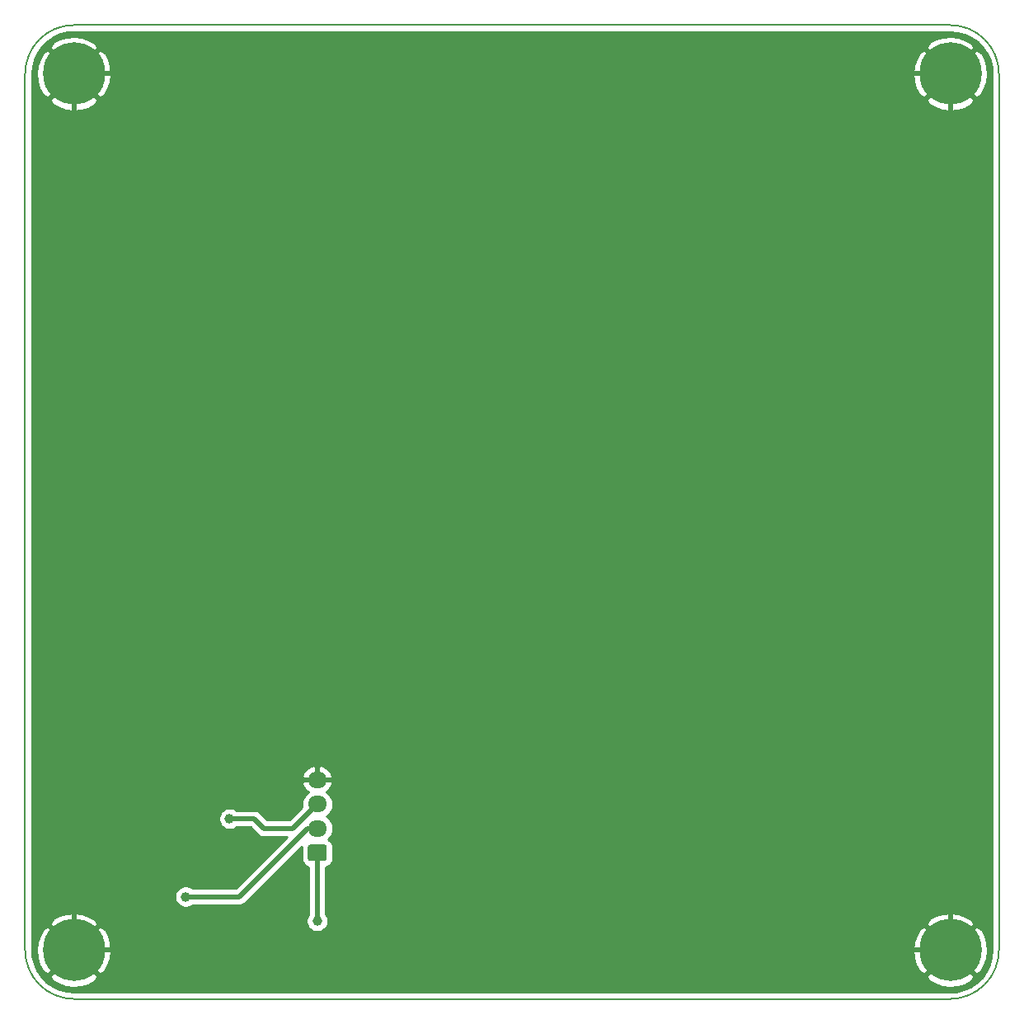
<source format=gbr>
%TF.GenerationSoftware,KiCad,Pcbnew,(5.1.6)-1*%
%TF.CreationDate,2020-12-06T00:26:17+01:00*%
%TF.ProjectId,04_La_Plaque_LEDS,30345f4c-615f-4506-9c61-7175655f4c45,rev?*%
%TF.SameCoordinates,Original*%
%TF.FileFunction,Copper,L2,Bot*%
%TF.FilePolarity,Positive*%
%FSLAX46Y46*%
G04 Gerber Fmt 4.6, Leading zero omitted, Abs format (unit mm)*
G04 Created by KiCad (PCBNEW (5.1.6)-1) date 2020-12-06 00:26:17*
%MOMM*%
%LPD*%
G01*
G04 APERTURE LIST*
%TA.AperFunction,Profile*%
%ADD10C,0.150000*%
%TD*%
%TA.AperFunction,ComponentPad*%
%ADD11C,0.800000*%
%TD*%
%TA.AperFunction,ComponentPad*%
%ADD12C,6.400000*%
%TD*%
%TA.AperFunction,ComponentPad*%
%ADD13O,1.950000X1.700000*%
%TD*%
%TA.AperFunction,ViaPad*%
%ADD14C,1.000000*%
%TD*%
%TA.AperFunction,Conductor*%
%ADD15C,0.500000*%
%TD*%
%TA.AperFunction,Conductor*%
%ADD16C,0.254000*%
%TD*%
G04 APERTURE END LIST*
D10*
X195000000Y-55000000D02*
G75*
G02*
X200000000Y-60000000I0J-5000000D01*
G01*
X200000000Y-150000000D02*
G75*
G02*
X195000000Y-155000000I-5000000J0D01*
G01*
X105000000Y-155000000D02*
G75*
G02*
X100000000Y-150000000I0J5000000D01*
G01*
X100000000Y-60000000D02*
G75*
G02*
X105000000Y-55000000I5000000J0D01*
G01*
X100000000Y-150000000D02*
X100000000Y-60000000D01*
X195000000Y-155000000D02*
X105000000Y-155000000D01*
X200000000Y-60000000D02*
X200000000Y-150000000D01*
X105000000Y-55000000D02*
X195000000Y-55000000D01*
D11*
%TO.P,H3,1*%
%TO.N,GND*%
X196697056Y-148302944D03*
X195000000Y-147600000D03*
X193302944Y-148302944D03*
X192600000Y-150000000D03*
X193302944Y-151697056D03*
X195000000Y-152400000D03*
X196697056Y-151697056D03*
X197400000Y-150000000D03*
D12*
X195000000Y-150000000D03*
%TD*%
%TO.P,H1,1*%
%TO.N,GND*%
X105000000Y-60000000D03*
D11*
X107400000Y-60000000D03*
X106697056Y-61697056D03*
X105000000Y-62400000D03*
X103302944Y-61697056D03*
X102600000Y-60000000D03*
X103302944Y-58302944D03*
X105000000Y-57600000D03*
X106697056Y-58302944D03*
%TD*%
D12*
%TO.P,H2,1*%
%TO.N,GND*%
X195000000Y-60000000D03*
D11*
X197400000Y-60000000D03*
X196697056Y-61697056D03*
X195000000Y-62400000D03*
X193302944Y-61697056D03*
X192600000Y-60000000D03*
X193302944Y-58302944D03*
X195000000Y-57600000D03*
X196697056Y-58302944D03*
%TD*%
%TO.P,H4,1*%
%TO.N,GND*%
X106697056Y-148302944D03*
X105000000Y-147600000D03*
X103302944Y-148302944D03*
X102600000Y-150000000D03*
X103302944Y-151697056D03*
X105000000Y-152400000D03*
X106697056Y-151697056D03*
X107400000Y-150000000D03*
D12*
X105000000Y-150000000D03*
%TD*%
%TO.P,J1,1*%
%TO.N,back0*%
%TA.AperFunction,ComponentPad*%
G36*
G01*
X130725000Y-140850000D02*
X129275000Y-140850000D01*
G75*
G02*
X129025000Y-140600000I0J250000D01*
G01*
X129025000Y-139400000D01*
G75*
G02*
X129275000Y-139150000I250000J0D01*
G01*
X130725000Y-139150000D01*
G75*
G02*
X130975000Y-139400000I0J-250000D01*
G01*
X130975000Y-140600000D01*
G75*
G02*
X130725000Y-140850000I-250000J0D01*
G01*
G37*
%TD.AperFunction*%
D13*
%TO.P,J1,2*%
%TO.N,S0*%
X130000000Y-137500000D03*
%TO.P,J1,3*%
%TO.N,+5V*%
X130000000Y-135000000D03*
%TO.P,J1,4*%
%TO.N,GND*%
X130000000Y-132500000D03*
%TD*%
D14*
%TO.N,GND*%
X105000000Y-65000000D03*
X105000000Y-70000000D03*
X105000000Y-75000000D03*
X105000000Y-80000000D03*
X105000000Y-85000000D03*
X105000000Y-90000000D03*
X105000000Y-95000000D03*
X105000000Y-105000000D03*
X105000000Y-110000000D03*
X105000000Y-115000000D03*
X105000000Y-120000000D03*
X105000000Y-130000000D03*
X105000000Y-135000000D03*
X105000000Y-140000000D03*
X105000000Y-145000000D03*
X110000000Y-60000000D03*
X115000000Y-60000000D03*
X120000000Y-60000000D03*
X125000000Y-60000000D03*
X130000000Y-60000000D03*
X135000000Y-60000000D03*
X140000000Y-60000000D03*
X145000000Y-60000000D03*
X150000000Y-60000000D03*
X155000000Y-60000000D03*
X160000000Y-60000000D03*
X170000000Y-60000000D03*
X175000000Y-60000000D03*
X180000000Y-60000000D03*
X185000000Y-60000000D03*
X190000000Y-60000000D03*
X195000000Y-65000000D03*
X195000000Y-70000000D03*
X195000000Y-75000000D03*
X195000000Y-80000000D03*
X195000000Y-85000000D03*
X195000000Y-90000000D03*
X195000000Y-95000000D03*
X195000000Y-100000000D03*
X195000000Y-105000000D03*
X195000000Y-110000000D03*
X195000000Y-115000000D03*
X195000000Y-120000000D03*
X195000000Y-125000000D03*
X195000000Y-130000000D03*
X195000000Y-135000000D03*
X195000000Y-140000000D03*
X195000000Y-145000000D03*
X110000000Y-150000000D03*
X115000000Y-150000000D03*
X125000000Y-150000000D03*
X130000000Y-150000000D03*
X135000000Y-150000000D03*
X145000000Y-150000000D03*
X150000000Y-150000000D03*
X160000000Y-150000000D03*
X165000000Y-150000000D03*
X170000000Y-150000000D03*
X175000000Y-150000000D03*
X180000000Y-150000000D03*
X185000000Y-150000000D03*
X190000000Y-150000000D03*
X105000000Y-100000000D03*
X105000000Y-125000000D03*
X165000000Y-60000000D03*
X120000000Y-150000000D03*
X140000000Y-150000000D03*
X155000000Y-150000000D03*
X113000000Y-74000000D03*
X113000000Y-84000000D03*
X113000000Y-94000000D03*
X113000000Y-104000000D03*
X113000000Y-114000000D03*
X113000000Y-124000000D03*
X127000000Y-66000000D03*
X127000000Y-76000000D03*
X127000000Y-136000000D03*
X113000000Y-134000000D03*
X113000000Y-144000000D03*
X127000000Y-86000000D03*
X127000000Y-96000000D03*
X127000000Y-106000000D03*
X127000000Y-116000000D03*
X127000000Y-126000000D03*
X118000000Y-70000000D03*
X122000000Y-70000000D03*
X118000000Y-80000000D03*
X122000000Y-80000000D03*
X118000000Y-90000000D03*
X121500000Y-90000000D03*
X118000000Y-140000000D03*
X122000000Y-140000000D03*
X118000000Y-100000000D03*
X122000000Y-100000000D03*
X118000000Y-110000000D03*
X122000000Y-110000000D03*
X118000000Y-120000000D03*
X122000000Y-120000000D03*
X118000000Y-130000000D03*
X122000000Y-130000000D03*
X133000000Y-74000000D03*
X133000000Y-143950000D03*
X133000000Y-134000000D03*
X133000000Y-124000000D03*
X133000000Y-114000000D03*
X133000000Y-104000000D03*
X133000000Y-94000000D03*
X133000000Y-84000000D03*
X147000000Y-136000000D03*
X147000000Y-66000000D03*
X147000000Y-76000000D03*
X147000000Y-86000000D03*
X147000000Y-96000000D03*
X147000000Y-106000000D03*
X147000000Y-116000000D03*
X147000000Y-126000000D03*
X153000000Y-144000000D03*
X153000000Y-74000000D03*
X153000000Y-84000000D03*
X153000000Y-94000000D03*
X153000000Y-104000000D03*
X153000000Y-114000000D03*
X153000000Y-124000000D03*
X153000000Y-134000000D03*
X167000000Y-66000000D03*
X167000000Y-136000000D03*
X167000000Y-126000000D03*
X167000000Y-116000000D03*
X167000000Y-106000000D03*
X167000000Y-96000000D03*
X167000000Y-86000000D03*
X167000000Y-76000000D03*
X173000000Y-144000000D03*
X173000000Y-134000000D03*
X173000000Y-124000000D03*
X173000000Y-114000000D03*
X173000000Y-104000000D03*
X173000000Y-94000000D03*
X173000000Y-84000000D03*
X173000000Y-74000000D03*
X187000000Y-136000000D03*
X187000000Y-126000000D03*
X187000000Y-116000000D03*
X187000000Y-106000000D03*
X187000000Y-96000000D03*
X187000000Y-86000000D03*
X187000000Y-76000000D03*
X187000000Y-66000000D03*
X138000000Y-70000000D03*
X142000000Y-70000000D03*
X138000000Y-80000000D03*
X142000000Y-80000000D03*
X138000000Y-90000000D03*
X138000000Y-100000000D03*
X138000000Y-110000000D03*
X138000000Y-120000000D03*
X138000000Y-130000000D03*
X138000000Y-140000000D03*
X142000000Y-140000000D03*
X142000000Y-130000000D03*
X142000000Y-120000000D03*
X142000000Y-110000000D03*
X142000000Y-100000000D03*
X142000000Y-90000000D03*
X158000000Y-70000000D03*
X162000000Y-70000000D03*
X158000000Y-90000000D03*
X162000000Y-90000000D03*
X158000000Y-140000000D03*
X162000000Y-140000000D03*
X158000000Y-130000000D03*
X162000000Y-130000000D03*
X158000000Y-120000000D03*
X162000000Y-120000000D03*
X158000000Y-110000000D03*
X162000000Y-110000000D03*
X158000000Y-100000000D03*
X162000000Y-100000000D03*
X158000000Y-80000000D03*
X162000000Y-80000000D03*
X178000000Y-70000000D03*
X182000000Y-140000000D03*
X178000000Y-140000000D03*
X182000000Y-70000000D03*
X178000000Y-80000000D03*
X182000000Y-80000000D03*
X178000000Y-90000000D03*
X182000000Y-90000000D03*
X178000000Y-100000000D03*
X182000000Y-100000000D03*
X178000000Y-110000000D03*
X182000000Y-110000000D03*
X178000000Y-120000000D03*
X182000000Y-120000000D03*
X178000000Y-130000000D03*
X182000000Y-130000000D03*
X141500000Y-145500000D03*
X161500000Y-145500000D03*
X181500000Y-145500000D03*
%TO.N,+5V*%
X121000000Y-136500000D03*
%TO.N,S0*%
X116500000Y-144500000D03*
%TO.N,back0*%
X130000000Y-147000000D03*
%TD*%
D15*
%TO.N,GND*%
X195000000Y-150000000D02*
X185000000Y-150000000D01*
X105000000Y-60000000D02*
X105000000Y-136000000D01*
X105000000Y-136000000D02*
X105000000Y-150000000D01*
X195000000Y-60000000D02*
X195000000Y-98500000D01*
X195000000Y-98500000D02*
X195000000Y-150000000D01*
X181000000Y-60000000D02*
X182000000Y-60000000D01*
X175250000Y-60250000D02*
X175000000Y-60000000D01*
X113000000Y-144500000D02*
X113000000Y-150000000D01*
X117000000Y-150000000D02*
X113000000Y-150000000D01*
X113000000Y-150000000D02*
X105000000Y-150000000D01*
X113000000Y-84000000D02*
X113000000Y-74000000D01*
X113000000Y-94000000D02*
X113000000Y-84000000D01*
X113000000Y-104000000D02*
X113000000Y-94000000D01*
X113000000Y-114000000D02*
X113000000Y-104000000D01*
X113000000Y-124000000D02*
X113000000Y-114000000D01*
X127000000Y-76000000D02*
X127000000Y-66000000D01*
X127000000Y-66000000D02*
X127000000Y-60000000D01*
X127000000Y-60000000D02*
X133000000Y-60000000D01*
X133000000Y-150000000D02*
X127000000Y-150000000D01*
X113000000Y-134500000D02*
X113000000Y-134000000D01*
X113000000Y-134000000D02*
X113000000Y-124000000D01*
X113000000Y-144500000D02*
X113000000Y-144000000D01*
X113000000Y-144000000D02*
X113000000Y-134500000D01*
X127000000Y-76000000D02*
X127000000Y-86000000D01*
X127000000Y-86000000D02*
X127000000Y-96000000D01*
X127000000Y-96000000D02*
X127000000Y-106000000D01*
X127000000Y-106000000D02*
X127000000Y-116000000D01*
X127000000Y-116000000D02*
X127000000Y-125500000D01*
X127000000Y-125500000D02*
X127000000Y-126000000D01*
X127000000Y-126000000D02*
X127000000Y-136000000D01*
X118000000Y-70000000D02*
X118000000Y-60000000D01*
X117000000Y-60000000D02*
X118000000Y-60000000D01*
X118000000Y-60000000D02*
X127000000Y-60000000D01*
X118000000Y-70000000D02*
X122000000Y-70000000D01*
X118000000Y-80000000D02*
X118000000Y-70000000D01*
X122000000Y-80000000D02*
X118000000Y-80000000D01*
X113000000Y-74000000D02*
X113000000Y-60000000D01*
X105000000Y-60000000D02*
X113000000Y-60000000D01*
X113000000Y-60000000D02*
X117000000Y-60000000D01*
X118000000Y-90000000D02*
X118000000Y-80000000D01*
X121500000Y-90000000D02*
X118000000Y-90000000D01*
X118000000Y-140000000D02*
X118000000Y-139500000D01*
X122000000Y-140000000D02*
X118000000Y-140000000D01*
X118000000Y-100000000D02*
X118000000Y-90000000D01*
X122000000Y-100000000D02*
X118000000Y-100000000D01*
X118000000Y-110000000D02*
X118000000Y-100000000D01*
X122000000Y-110000000D02*
X118000000Y-110000000D01*
X118000000Y-120000000D02*
X118000000Y-110000000D01*
X122000000Y-120000000D02*
X118000000Y-120000000D01*
X118000000Y-139500000D02*
X118000000Y-130000000D01*
X118000000Y-130000000D02*
X118000000Y-120000000D01*
X122000000Y-130000000D02*
X118000000Y-130000000D01*
X127000000Y-150000000D02*
X118000000Y-150000000D01*
X118000000Y-150000000D02*
X117000000Y-150000000D01*
X133000000Y-104500000D02*
X133000000Y-114000000D01*
X133000000Y-114000000D02*
X133000000Y-124000000D01*
X133000000Y-104000000D02*
X133000000Y-104500000D01*
X133000000Y-94000000D02*
X133000000Y-104000000D01*
X133000000Y-74000000D02*
X133000000Y-84000000D01*
X133000000Y-84000000D02*
X133000000Y-94000000D01*
X133000000Y-74000000D02*
X133000000Y-60000000D01*
X147000000Y-66000000D02*
X147000000Y-60000000D01*
X147000000Y-60000000D02*
X149000000Y-60000000D01*
X147000000Y-76000000D02*
X147000000Y-66000000D01*
X147000000Y-96000000D02*
X147000000Y-86000000D01*
X147000000Y-86000000D02*
X147000000Y-76000000D01*
X147000000Y-106000000D02*
X147000000Y-96000000D01*
X147000000Y-119500000D02*
X147000000Y-116000000D01*
X147000000Y-116000000D02*
X147000000Y-106000000D01*
X147000000Y-136000000D02*
X147000000Y-126000000D01*
X147000000Y-126000000D02*
X147000000Y-119500000D01*
X147000000Y-136000000D02*
X147000000Y-150000000D01*
X149000000Y-150000000D02*
X147000000Y-150000000D01*
X147000000Y-150000000D02*
X146500000Y-150000000D01*
X149000000Y-60000000D02*
X153000000Y-60000000D01*
X153000000Y-75000000D02*
X153000000Y-74000000D01*
X153000000Y-74000000D02*
X153000000Y-60000000D01*
X153000000Y-84000000D02*
X153000000Y-75000000D01*
X153000000Y-94000000D02*
X153000000Y-84000000D01*
X153000000Y-104000000D02*
X153000000Y-94000000D01*
X153000000Y-114000000D02*
X153000000Y-104000000D01*
X153000000Y-124000000D02*
X153000000Y-114000000D01*
X153000000Y-144000000D02*
X153000000Y-134000000D01*
X153000000Y-134000000D02*
X153000000Y-124000000D01*
X153000000Y-144000000D02*
X153000000Y-150000000D01*
X153000000Y-150000000D02*
X149000000Y-150000000D01*
X167000000Y-66000000D02*
X167000000Y-60000000D01*
X171500000Y-150000000D02*
X167000000Y-150000000D01*
X167000000Y-150000000D02*
X161500000Y-150000000D01*
X167000000Y-136000000D02*
X167000000Y-150000000D01*
X167000000Y-126000000D02*
X167000000Y-136000000D01*
X167000000Y-116000000D02*
X167000000Y-126000000D01*
X167000000Y-106000000D02*
X167000000Y-116000000D01*
X167000000Y-96000000D02*
X167000000Y-106000000D01*
X167000000Y-86000000D02*
X167000000Y-96000000D01*
X167000000Y-66000000D02*
X167000000Y-76000000D01*
X167000000Y-76000000D02*
X167000000Y-86000000D01*
X167000000Y-60000000D02*
X173000000Y-60000000D01*
X173000000Y-144000000D02*
X173000000Y-150000000D01*
X178000000Y-150000000D02*
X173000000Y-150000000D01*
X173000000Y-150000000D02*
X171500000Y-150000000D01*
X173000000Y-144000000D02*
X173000000Y-134000000D01*
X173000000Y-134000000D02*
X173000000Y-124000000D01*
X173000000Y-124000000D02*
X173000000Y-114000000D01*
X173000000Y-114000000D02*
X173000000Y-104000000D01*
X173000000Y-104000000D02*
X173000000Y-94000000D01*
X173000000Y-94000000D02*
X173000000Y-84000000D01*
X173000000Y-84000000D02*
X173000000Y-74000000D01*
X173000000Y-74000000D02*
X173000000Y-60000000D01*
X187000000Y-136000000D02*
X187000000Y-150000000D01*
X195000000Y-150000000D02*
X187000000Y-150000000D01*
X182000000Y-60000000D02*
X187000000Y-60000000D01*
X187000000Y-60000000D02*
X195000000Y-60000000D01*
X187000000Y-136000000D02*
X187000000Y-126000000D01*
X187000000Y-126000000D02*
X187000000Y-116000000D01*
X187000000Y-116000000D02*
X187000000Y-106000000D01*
X187000000Y-106000000D02*
X187000000Y-96000000D01*
X187000000Y-96000000D02*
X187000000Y-86000000D01*
X187000000Y-86000000D02*
X187000000Y-76000000D01*
X187000000Y-76000000D02*
X187000000Y-66000000D01*
X187000000Y-66000000D02*
X187000000Y-60000000D01*
X138000000Y-70000000D02*
X138000000Y-60000000D01*
X133000000Y-60000000D02*
X138000000Y-60000000D01*
X138000000Y-60000000D02*
X147000000Y-60000000D01*
X138000000Y-150000000D02*
X133000000Y-150000000D01*
X142000000Y-70000000D02*
X138000000Y-70000000D01*
X138000000Y-70000000D02*
X138000000Y-80000000D01*
X142000000Y-80000000D02*
X138000000Y-80000000D01*
X138000000Y-80000000D02*
X138000000Y-90000000D01*
X138000000Y-90000000D02*
X138000000Y-100000000D01*
X138000000Y-100000000D02*
X138000000Y-110000000D01*
X138000000Y-110000000D02*
X138000000Y-120000000D01*
X138000000Y-120000000D02*
X138000000Y-130000000D01*
X138000000Y-130000000D02*
X138000000Y-140000000D01*
X142000000Y-140000000D02*
X138000000Y-140000000D01*
X142000000Y-130000000D02*
X138000000Y-130000000D01*
X142000000Y-120000000D02*
X138000000Y-120000000D01*
X142000000Y-110000000D02*
X138000000Y-110000000D01*
X142000000Y-100000000D02*
X138000000Y-100000000D01*
X142000000Y-90000000D02*
X138000000Y-90000000D01*
X153000000Y-60000000D02*
X158000000Y-60000000D01*
X158000000Y-70000000D02*
X158000000Y-60000000D01*
X158000000Y-60000000D02*
X167000000Y-60000000D01*
X162000000Y-70000000D02*
X158000000Y-70000000D01*
X162000000Y-90000000D02*
X158000000Y-90000000D01*
X161500000Y-150000000D02*
X158000000Y-150000000D01*
X158000000Y-150000000D02*
X153000000Y-150000000D01*
X162000000Y-140000000D02*
X158000000Y-140000000D01*
X158000000Y-130000000D02*
X158000000Y-150000000D01*
X162000000Y-130000000D02*
X158000000Y-130000000D01*
X158000000Y-120000000D02*
X158000000Y-130000000D01*
X162000000Y-120000000D02*
X158000000Y-120000000D01*
X158000000Y-110000000D02*
X158000000Y-120000000D01*
X162000000Y-110000000D02*
X158000000Y-110000000D01*
X158000000Y-90000000D02*
X158000000Y-100000000D01*
X158000000Y-100000000D02*
X158000000Y-110000000D01*
X162000000Y-100000000D02*
X158000000Y-100000000D01*
X158000000Y-70000000D02*
X158000000Y-80000000D01*
X158000000Y-80000000D02*
X158000000Y-90000000D01*
X162000000Y-80000000D02*
X158000000Y-80000000D01*
X178000000Y-70000000D02*
X178000000Y-60000000D01*
X173000000Y-60000000D02*
X178000000Y-60000000D01*
X178000000Y-60000000D02*
X181000000Y-60000000D01*
X182000000Y-140000000D02*
X178000000Y-140000000D01*
X178000000Y-140000000D02*
X178000000Y-150000000D01*
X182000000Y-70000000D02*
X178000000Y-70000000D01*
X178000000Y-80000000D02*
X178000000Y-70000000D01*
X182000000Y-80000000D02*
X178000000Y-80000000D01*
X178000000Y-90000000D02*
X178000000Y-80000000D01*
X182000000Y-90000000D02*
X178000000Y-90000000D01*
X178000000Y-100000000D02*
X178000000Y-90000000D01*
X182000000Y-100000000D02*
X178000000Y-100000000D01*
X178000000Y-110000000D02*
X178000000Y-100000000D01*
X182000000Y-110000000D02*
X178000000Y-110000000D01*
X178000000Y-120000000D02*
X178000000Y-110000000D01*
X182000000Y-120000000D02*
X178000000Y-120000000D01*
X178000000Y-140000000D02*
X178000000Y-130000000D01*
X178000000Y-130000000D02*
X178000000Y-120000000D01*
X182000000Y-130000000D02*
X178000000Y-130000000D01*
X141500000Y-150000000D02*
X141500000Y-145500000D01*
X141500000Y-150000000D02*
X138000000Y-150000000D01*
X146500000Y-150000000D02*
X141500000Y-150000000D01*
X161500000Y-150000000D02*
X161500000Y-145500000D01*
X181500000Y-150000000D02*
X181500000Y-145500000D01*
X181500000Y-150000000D02*
X178000000Y-150000000D01*
X187000000Y-150000000D02*
X181500000Y-150000000D01*
X130000000Y-132500000D02*
X133000000Y-132500000D01*
X133000000Y-124000000D02*
X133000000Y-132500000D01*
X133000000Y-132500000D02*
X133000000Y-134000000D01*
X137950000Y-143950000D02*
X138000000Y-144000000D01*
X133000000Y-143950000D02*
X137950000Y-143950000D01*
X138000000Y-140000000D02*
X138000000Y-144000000D01*
X138000000Y-144000000D02*
X138000000Y-150000000D01*
%TO.N,+5V*%
X123500000Y-136500000D02*
X121000000Y-136500000D01*
X127500000Y-137500000D02*
X124500000Y-137500000D01*
X124500000Y-137500000D02*
X123500000Y-136500000D01*
X130000000Y-135000000D02*
X127500000Y-137500000D01*
%TO.N,S0*%
X130000000Y-137500000D02*
X129000000Y-137500000D01*
X122000000Y-144500000D02*
X120500000Y-144500000D01*
X129000000Y-137500000D02*
X122000000Y-144500000D01*
X120500000Y-144500000D02*
X116500000Y-144500000D01*
%TO.N,back0*%
X130000000Y-147000000D02*
X130000000Y-140000000D01*
%TD*%
D16*
%TO.N,GND*%
G36*
X195759192Y-55780578D02*
G01*
X196494389Y-55981705D01*
X197182351Y-56309846D01*
X197801331Y-56754628D01*
X198331761Y-57301988D01*
X198756884Y-57934639D01*
X199063251Y-58632561D01*
X199242499Y-59379183D01*
X199290000Y-60026030D01*
X199290001Y-149968370D01*
X199219422Y-150759193D01*
X199018295Y-151494389D01*
X198690152Y-152182355D01*
X198245374Y-152801328D01*
X197698012Y-153331761D01*
X197065362Y-153756883D01*
X196367439Y-154063251D01*
X195620819Y-154242499D01*
X194973970Y-154290000D01*
X105031618Y-154290000D01*
X104240807Y-154219422D01*
X103505611Y-154018295D01*
X102817645Y-153690152D01*
X102198672Y-153245374D01*
X101671020Y-152700881D01*
X102478724Y-152700881D01*
X102838912Y-153190548D01*
X103502882Y-153550849D01*
X104224385Y-153774694D01*
X104975695Y-153853480D01*
X105727938Y-153784178D01*
X106452208Y-153569452D01*
X107120670Y-153217555D01*
X107161088Y-153190548D01*
X107521276Y-152700881D01*
X192478724Y-152700881D01*
X192838912Y-153190548D01*
X193502882Y-153550849D01*
X194224385Y-153774694D01*
X194975695Y-153853480D01*
X195727938Y-153784178D01*
X196452208Y-153569452D01*
X197120670Y-153217555D01*
X197161088Y-153190548D01*
X197521276Y-152700881D01*
X195000000Y-150179605D01*
X192478724Y-152700881D01*
X107521276Y-152700881D01*
X105000000Y-150179605D01*
X102478724Y-152700881D01*
X101671020Y-152700881D01*
X101668239Y-152698012D01*
X101243117Y-152065362D01*
X100936749Y-151367439D01*
X100757501Y-150620819D01*
X100710127Y-149975695D01*
X101146520Y-149975695D01*
X101215822Y-150727938D01*
X101430548Y-151452208D01*
X101782445Y-152120670D01*
X101809452Y-152161088D01*
X102299119Y-152521276D01*
X104820395Y-150000000D01*
X105179605Y-150000000D01*
X107700881Y-152521276D01*
X108190548Y-152161088D01*
X108550849Y-151497118D01*
X108774694Y-150775615D01*
X108853480Y-150024305D01*
X108849002Y-149975695D01*
X191146520Y-149975695D01*
X191215822Y-150727938D01*
X191430548Y-151452208D01*
X191782445Y-152120670D01*
X191809452Y-152161088D01*
X192299119Y-152521276D01*
X194820395Y-150000000D01*
X195179605Y-150000000D01*
X197700881Y-152521276D01*
X198190548Y-152161088D01*
X198550849Y-151497118D01*
X198774694Y-150775615D01*
X198853480Y-150024305D01*
X198784178Y-149272062D01*
X198569452Y-148547792D01*
X198217555Y-147879330D01*
X198190548Y-147838912D01*
X197700881Y-147478724D01*
X195179605Y-150000000D01*
X194820395Y-150000000D01*
X192299119Y-147478724D01*
X191809452Y-147838912D01*
X191449151Y-148502882D01*
X191225306Y-149224385D01*
X191146520Y-149975695D01*
X108849002Y-149975695D01*
X108784178Y-149272062D01*
X108569452Y-148547792D01*
X108217555Y-147879330D01*
X108190548Y-147838912D01*
X107700881Y-147478724D01*
X105179605Y-150000000D01*
X104820395Y-150000000D01*
X102299119Y-147478724D01*
X101809452Y-147838912D01*
X101449151Y-148502882D01*
X101225306Y-149224385D01*
X101146520Y-149975695D01*
X100710127Y-149975695D01*
X100710000Y-149973970D01*
X100710000Y-147299119D01*
X102478724Y-147299119D01*
X105000000Y-149820395D01*
X107521276Y-147299119D01*
X107161088Y-146809452D01*
X106497118Y-146449151D01*
X105775615Y-146225306D01*
X105024305Y-146146520D01*
X104272062Y-146215822D01*
X103547792Y-146430548D01*
X102879330Y-146782445D01*
X102838912Y-146809452D01*
X102478724Y-147299119D01*
X100710000Y-147299119D01*
X100710000Y-144388212D01*
X115365000Y-144388212D01*
X115365000Y-144611788D01*
X115408617Y-144831067D01*
X115494176Y-145037624D01*
X115618388Y-145223520D01*
X115776480Y-145381612D01*
X115962376Y-145505824D01*
X116168933Y-145591383D01*
X116388212Y-145635000D01*
X116611788Y-145635000D01*
X116831067Y-145591383D01*
X117037624Y-145505824D01*
X117218450Y-145385000D01*
X121956531Y-145385000D01*
X122000000Y-145389281D01*
X122043469Y-145385000D01*
X122043477Y-145385000D01*
X122173490Y-145372195D01*
X122340313Y-145321589D01*
X122494059Y-145239411D01*
X122628817Y-145128817D01*
X122656534Y-145095044D01*
X128390790Y-139360789D01*
X128386928Y-139400000D01*
X128386928Y-140600000D01*
X128403992Y-140773254D01*
X128454528Y-140939850D01*
X128536595Y-141093386D01*
X128647038Y-141227962D01*
X128781614Y-141338405D01*
X128935150Y-141420472D01*
X129101746Y-141471008D01*
X129115001Y-141472313D01*
X129115000Y-146281550D01*
X128994176Y-146462376D01*
X128908617Y-146668933D01*
X128865000Y-146888212D01*
X128865000Y-147111788D01*
X128908617Y-147331067D01*
X128994176Y-147537624D01*
X129118388Y-147723520D01*
X129276480Y-147881612D01*
X129462376Y-148005824D01*
X129668933Y-148091383D01*
X129888212Y-148135000D01*
X130111788Y-148135000D01*
X130331067Y-148091383D01*
X130537624Y-148005824D01*
X130723520Y-147881612D01*
X130881612Y-147723520D01*
X131005824Y-147537624D01*
X131091383Y-147331067D01*
X131097737Y-147299119D01*
X192478724Y-147299119D01*
X195000000Y-149820395D01*
X197521276Y-147299119D01*
X197161088Y-146809452D01*
X196497118Y-146449151D01*
X195775615Y-146225306D01*
X195024305Y-146146520D01*
X194272062Y-146215822D01*
X193547792Y-146430548D01*
X192879330Y-146782445D01*
X192838912Y-146809452D01*
X192478724Y-147299119D01*
X131097737Y-147299119D01*
X131135000Y-147111788D01*
X131135000Y-146888212D01*
X131091383Y-146668933D01*
X131005824Y-146462376D01*
X130885000Y-146281550D01*
X130885000Y-141472313D01*
X130898254Y-141471008D01*
X131064850Y-141420472D01*
X131218386Y-141338405D01*
X131352962Y-141227962D01*
X131463405Y-141093386D01*
X131545472Y-140939850D01*
X131596008Y-140773254D01*
X131613072Y-140600000D01*
X131613072Y-139400000D01*
X131596008Y-139226746D01*
X131545472Y-139060150D01*
X131463405Y-138906614D01*
X131352962Y-138772038D01*
X131218386Y-138661595D01*
X131116663Y-138607223D01*
X131180134Y-138555134D01*
X131365706Y-138329014D01*
X131503599Y-138071034D01*
X131588513Y-137791111D01*
X131617185Y-137500000D01*
X131588513Y-137208889D01*
X131503599Y-136928966D01*
X131365706Y-136670986D01*
X131180134Y-136444866D01*
X130954014Y-136259294D01*
X130936626Y-136250000D01*
X130954014Y-136240706D01*
X131180134Y-136055134D01*
X131365706Y-135829014D01*
X131503599Y-135571034D01*
X131588513Y-135291111D01*
X131617185Y-135000000D01*
X131588513Y-134708889D01*
X131503599Y-134428966D01*
X131365706Y-134170986D01*
X131180134Y-133944866D01*
X130954014Y-133759294D01*
X130928278Y-133745538D01*
X131134429Y-133589049D01*
X131327496Y-133371193D01*
X131474352Y-133119858D01*
X131566476Y-132856890D01*
X131445155Y-132627000D01*
X130127000Y-132627000D01*
X130127000Y-132647000D01*
X129873000Y-132647000D01*
X129873000Y-132627000D01*
X128554845Y-132627000D01*
X128433524Y-132856890D01*
X128525648Y-133119858D01*
X128672504Y-133371193D01*
X128865571Y-133589049D01*
X129071722Y-133745538D01*
X129045986Y-133759294D01*
X128819866Y-133944866D01*
X128634294Y-134170986D01*
X128496401Y-134428966D01*
X128411487Y-134708889D01*
X128382815Y-135000000D01*
X128411487Y-135291111D01*
X128422152Y-135326269D01*
X127133422Y-136615000D01*
X124866579Y-136615000D01*
X124156534Y-135904956D01*
X124128817Y-135871183D01*
X123994059Y-135760589D01*
X123840313Y-135678411D01*
X123673490Y-135627805D01*
X123543477Y-135615000D01*
X123543469Y-135615000D01*
X123500000Y-135610719D01*
X123456531Y-135615000D01*
X121718450Y-135615000D01*
X121537624Y-135494176D01*
X121331067Y-135408617D01*
X121111788Y-135365000D01*
X120888212Y-135365000D01*
X120668933Y-135408617D01*
X120462376Y-135494176D01*
X120276480Y-135618388D01*
X120118388Y-135776480D01*
X119994176Y-135962376D01*
X119908617Y-136168933D01*
X119865000Y-136388212D01*
X119865000Y-136611788D01*
X119908617Y-136831067D01*
X119994176Y-137037624D01*
X120118388Y-137223520D01*
X120276480Y-137381612D01*
X120462376Y-137505824D01*
X120668933Y-137591383D01*
X120888212Y-137635000D01*
X121111788Y-137635000D01*
X121331067Y-137591383D01*
X121537624Y-137505824D01*
X121718450Y-137385000D01*
X123133422Y-137385000D01*
X123843468Y-138095047D01*
X123871183Y-138128817D01*
X123904951Y-138156530D01*
X123904953Y-138156532D01*
X124005941Y-138239411D01*
X124159686Y-138321589D01*
X124326510Y-138372195D01*
X124456523Y-138385000D01*
X124456531Y-138385000D01*
X124500000Y-138389281D01*
X124543469Y-138385000D01*
X126863421Y-138385000D01*
X121633422Y-143615000D01*
X117218450Y-143615000D01*
X117037624Y-143494176D01*
X116831067Y-143408617D01*
X116611788Y-143365000D01*
X116388212Y-143365000D01*
X116168933Y-143408617D01*
X115962376Y-143494176D01*
X115776480Y-143618388D01*
X115618388Y-143776480D01*
X115494176Y-143962376D01*
X115408617Y-144168933D01*
X115365000Y-144388212D01*
X100710000Y-144388212D01*
X100710000Y-132143110D01*
X128433524Y-132143110D01*
X128554845Y-132373000D01*
X129873000Y-132373000D01*
X129873000Y-131173835D01*
X130127000Y-131173835D01*
X130127000Y-132373000D01*
X131445155Y-132373000D01*
X131566476Y-132143110D01*
X131474352Y-131880142D01*
X131327496Y-131628807D01*
X131134429Y-131410951D01*
X130902570Y-131234947D01*
X130640830Y-131107558D01*
X130359267Y-131033680D01*
X130127000Y-131173835D01*
X129873000Y-131173835D01*
X129640733Y-131033680D01*
X129359170Y-131107558D01*
X129097430Y-131234947D01*
X128865571Y-131410951D01*
X128672504Y-131628807D01*
X128525648Y-131880142D01*
X128433524Y-132143110D01*
X100710000Y-132143110D01*
X100710000Y-62700881D01*
X102478724Y-62700881D01*
X102838912Y-63190548D01*
X103502882Y-63550849D01*
X104224385Y-63774694D01*
X104975695Y-63853480D01*
X105727938Y-63784178D01*
X106452208Y-63569452D01*
X107120670Y-63217555D01*
X107161088Y-63190548D01*
X107521276Y-62700881D01*
X192478724Y-62700881D01*
X192838912Y-63190548D01*
X193502882Y-63550849D01*
X194224385Y-63774694D01*
X194975695Y-63853480D01*
X195727938Y-63784178D01*
X196452208Y-63569452D01*
X197120670Y-63217555D01*
X197161088Y-63190548D01*
X197521276Y-62700881D01*
X195000000Y-60179605D01*
X192478724Y-62700881D01*
X107521276Y-62700881D01*
X105000000Y-60179605D01*
X102478724Y-62700881D01*
X100710000Y-62700881D01*
X100710000Y-60031618D01*
X100714991Y-59975695D01*
X101146520Y-59975695D01*
X101215822Y-60727938D01*
X101430548Y-61452208D01*
X101782445Y-62120670D01*
X101809452Y-62161088D01*
X102299119Y-62521276D01*
X104820395Y-60000000D01*
X105179605Y-60000000D01*
X107700881Y-62521276D01*
X108190548Y-62161088D01*
X108550849Y-61497118D01*
X108774694Y-60775615D01*
X108853480Y-60024305D01*
X108849002Y-59975695D01*
X191146520Y-59975695D01*
X191215822Y-60727938D01*
X191430548Y-61452208D01*
X191782445Y-62120670D01*
X191809452Y-62161088D01*
X192299119Y-62521276D01*
X194820395Y-60000000D01*
X195179605Y-60000000D01*
X197700881Y-62521276D01*
X198190548Y-62161088D01*
X198550849Y-61497118D01*
X198774694Y-60775615D01*
X198853480Y-60024305D01*
X198784178Y-59272062D01*
X198569452Y-58547792D01*
X198217555Y-57879330D01*
X198190548Y-57838912D01*
X197700881Y-57478724D01*
X195179605Y-60000000D01*
X194820395Y-60000000D01*
X192299119Y-57478724D01*
X191809452Y-57838912D01*
X191449151Y-58502882D01*
X191225306Y-59224385D01*
X191146520Y-59975695D01*
X108849002Y-59975695D01*
X108784178Y-59272062D01*
X108569452Y-58547792D01*
X108217555Y-57879330D01*
X108190548Y-57838912D01*
X107700881Y-57478724D01*
X105179605Y-60000000D01*
X104820395Y-60000000D01*
X102299119Y-57478724D01*
X101809452Y-57838912D01*
X101449151Y-58502882D01*
X101225306Y-59224385D01*
X101146520Y-59975695D01*
X100714991Y-59975695D01*
X100780578Y-59240808D01*
X100981705Y-58505611D01*
X101309846Y-57817649D01*
X101682447Y-57299119D01*
X102478724Y-57299119D01*
X105000000Y-59820395D01*
X107521276Y-57299119D01*
X192478724Y-57299119D01*
X195000000Y-59820395D01*
X197521276Y-57299119D01*
X197161088Y-56809452D01*
X196497118Y-56449151D01*
X195775615Y-56225306D01*
X195024305Y-56146520D01*
X194272062Y-56215822D01*
X193547792Y-56430548D01*
X192879330Y-56782445D01*
X192838912Y-56809452D01*
X192478724Y-57299119D01*
X107521276Y-57299119D01*
X107161088Y-56809452D01*
X106497118Y-56449151D01*
X105775615Y-56225306D01*
X105024305Y-56146520D01*
X104272062Y-56215822D01*
X103547792Y-56430548D01*
X102879330Y-56782445D01*
X102838912Y-56809452D01*
X102478724Y-57299119D01*
X101682447Y-57299119D01*
X101754628Y-57198669D01*
X102301988Y-56668239D01*
X102934639Y-56243116D01*
X103632561Y-55936749D01*
X104379183Y-55757501D01*
X105026030Y-55710000D01*
X194968382Y-55710000D01*
X195759192Y-55780578D01*
G37*
X195759192Y-55780578D02*
X196494389Y-55981705D01*
X197182351Y-56309846D01*
X197801331Y-56754628D01*
X198331761Y-57301988D01*
X198756884Y-57934639D01*
X199063251Y-58632561D01*
X199242499Y-59379183D01*
X199290000Y-60026030D01*
X199290001Y-149968370D01*
X199219422Y-150759193D01*
X199018295Y-151494389D01*
X198690152Y-152182355D01*
X198245374Y-152801328D01*
X197698012Y-153331761D01*
X197065362Y-153756883D01*
X196367439Y-154063251D01*
X195620819Y-154242499D01*
X194973970Y-154290000D01*
X105031618Y-154290000D01*
X104240807Y-154219422D01*
X103505611Y-154018295D01*
X102817645Y-153690152D01*
X102198672Y-153245374D01*
X101671020Y-152700881D01*
X102478724Y-152700881D01*
X102838912Y-153190548D01*
X103502882Y-153550849D01*
X104224385Y-153774694D01*
X104975695Y-153853480D01*
X105727938Y-153784178D01*
X106452208Y-153569452D01*
X107120670Y-153217555D01*
X107161088Y-153190548D01*
X107521276Y-152700881D01*
X192478724Y-152700881D01*
X192838912Y-153190548D01*
X193502882Y-153550849D01*
X194224385Y-153774694D01*
X194975695Y-153853480D01*
X195727938Y-153784178D01*
X196452208Y-153569452D01*
X197120670Y-153217555D01*
X197161088Y-153190548D01*
X197521276Y-152700881D01*
X195000000Y-150179605D01*
X192478724Y-152700881D01*
X107521276Y-152700881D01*
X105000000Y-150179605D01*
X102478724Y-152700881D01*
X101671020Y-152700881D01*
X101668239Y-152698012D01*
X101243117Y-152065362D01*
X100936749Y-151367439D01*
X100757501Y-150620819D01*
X100710127Y-149975695D01*
X101146520Y-149975695D01*
X101215822Y-150727938D01*
X101430548Y-151452208D01*
X101782445Y-152120670D01*
X101809452Y-152161088D01*
X102299119Y-152521276D01*
X104820395Y-150000000D01*
X105179605Y-150000000D01*
X107700881Y-152521276D01*
X108190548Y-152161088D01*
X108550849Y-151497118D01*
X108774694Y-150775615D01*
X108853480Y-150024305D01*
X108849002Y-149975695D01*
X191146520Y-149975695D01*
X191215822Y-150727938D01*
X191430548Y-151452208D01*
X191782445Y-152120670D01*
X191809452Y-152161088D01*
X192299119Y-152521276D01*
X194820395Y-150000000D01*
X195179605Y-150000000D01*
X197700881Y-152521276D01*
X198190548Y-152161088D01*
X198550849Y-151497118D01*
X198774694Y-150775615D01*
X198853480Y-150024305D01*
X198784178Y-149272062D01*
X198569452Y-148547792D01*
X198217555Y-147879330D01*
X198190548Y-147838912D01*
X197700881Y-147478724D01*
X195179605Y-150000000D01*
X194820395Y-150000000D01*
X192299119Y-147478724D01*
X191809452Y-147838912D01*
X191449151Y-148502882D01*
X191225306Y-149224385D01*
X191146520Y-149975695D01*
X108849002Y-149975695D01*
X108784178Y-149272062D01*
X108569452Y-148547792D01*
X108217555Y-147879330D01*
X108190548Y-147838912D01*
X107700881Y-147478724D01*
X105179605Y-150000000D01*
X104820395Y-150000000D01*
X102299119Y-147478724D01*
X101809452Y-147838912D01*
X101449151Y-148502882D01*
X101225306Y-149224385D01*
X101146520Y-149975695D01*
X100710127Y-149975695D01*
X100710000Y-149973970D01*
X100710000Y-147299119D01*
X102478724Y-147299119D01*
X105000000Y-149820395D01*
X107521276Y-147299119D01*
X107161088Y-146809452D01*
X106497118Y-146449151D01*
X105775615Y-146225306D01*
X105024305Y-146146520D01*
X104272062Y-146215822D01*
X103547792Y-146430548D01*
X102879330Y-146782445D01*
X102838912Y-146809452D01*
X102478724Y-147299119D01*
X100710000Y-147299119D01*
X100710000Y-144388212D01*
X115365000Y-144388212D01*
X115365000Y-144611788D01*
X115408617Y-144831067D01*
X115494176Y-145037624D01*
X115618388Y-145223520D01*
X115776480Y-145381612D01*
X115962376Y-145505824D01*
X116168933Y-145591383D01*
X116388212Y-145635000D01*
X116611788Y-145635000D01*
X116831067Y-145591383D01*
X117037624Y-145505824D01*
X117218450Y-145385000D01*
X121956531Y-145385000D01*
X122000000Y-145389281D01*
X122043469Y-145385000D01*
X122043477Y-145385000D01*
X122173490Y-145372195D01*
X122340313Y-145321589D01*
X122494059Y-145239411D01*
X122628817Y-145128817D01*
X122656534Y-145095044D01*
X128390790Y-139360789D01*
X128386928Y-139400000D01*
X128386928Y-140600000D01*
X128403992Y-140773254D01*
X128454528Y-140939850D01*
X128536595Y-141093386D01*
X128647038Y-141227962D01*
X128781614Y-141338405D01*
X128935150Y-141420472D01*
X129101746Y-141471008D01*
X129115001Y-141472313D01*
X129115000Y-146281550D01*
X128994176Y-146462376D01*
X128908617Y-146668933D01*
X128865000Y-146888212D01*
X128865000Y-147111788D01*
X128908617Y-147331067D01*
X128994176Y-147537624D01*
X129118388Y-147723520D01*
X129276480Y-147881612D01*
X129462376Y-148005824D01*
X129668933Y-148091383D01*
X129888212Y-148135000D01*
X130111788Y-148135000D01*
X130331067Y-148091383D01*
X130537624Y-148005824D01*
X130723520Y-147881612D01*
X130881612Y-147723520D01*
X131005824Y-147537624D01*
X131091383Y-147331067D01*
X131097737Y-147299119D01*
X192478724Y-147299119D01*
X195000000Y-149820395D01*
X197521276Y-147299119D01*
X197161088Y-146809452D01*
X196497118Y-146449151D01*
X195775615Y-146225306D01*
X195024305Y-146146520D01*
X194272062Y-146215822D01*
X193547792Y-146430548D01*
X192879330Y-146782445D01*
X192838912Y-146809452D01*
X192478724Y-147299119D01*
X131097737Y-147299119D01*
X131135000Y-147111788D01*
X131135000Y-146888212D01*
X131091383Y-146668933D01*
X131005824Y-146462376D01*
X130885000Y-146281550D01*
X130885000Y-141472313D01*
X130898254Y-141471008D01*
X131064850Y-141420472D01*
X131218386Y-141338405D01*
X131352962Y-141227962D01*
X131463405Y-141093386D01*
X131545472Y-140939850D01*
X131596008Y-140773254D01*
X131613072Y-140600000D01*
X131613072Y-139400000D01*
X131596008Y-139226746D01*
X131545472Y-139060150D01*
X131463405Y-138906614D01*
X131352962Y-138772038D01*
X131218386Y-138661595D01*
X131116663Y-138607223D01*
X131180134Y-138555134D01*
X131365706Y-138329014D01*
X131503599Y-138071034D01*
X131588513Y-137791111D01*
X131617185Y-137500000D01*
X131588513Y-137208889D01*
X131503599Y-136928966D01*
X131365706Y-136670986D01*
X131180134Y-136444866D01*
X130954014Y-136259294D01*
X130936626Y-136250000D01*
X130954014Y-136240706D01*
X131180134Y-136055134D01*
X131365706Y-135829014D01*
X131503599Y-135571034D01*
X131588513Y-135291111D01*
X131617185Y-135000000D01*
X131588513Y-134708889D01*
X131503599Y-134428966D01*
X131365706Y-134170986D01*
X131180134Y-133944866D01*
X130954014Y-133759294D01*
X130928278Y-133745538D01*
X131134429Y-133589049D01*
X131327496Y-133371193D01*
X131474352Y-133119858D01*
X131566476Y-132856890D01*
X131445155Y-132627000D01*
X130127000Y-132627000D01*
X130127000Y-132647000D01*
X129873000Y-132647000D01*
X129873000Y-132627000D01*
X128554845Y-132627000D01*
X128433524Y-132856890D01*
X128525648Y-133119858D01*
X128672504Y-133371193D01*
X128865571Y-133589049D01*
X129071722Y-133745538D01*
X129045986Y-133759294D01*
X128819866Y-133944866D01*
X128634294Y-134170986D01*
X128496401Y-134428966D01*
X128411487Y-134708889D01*
X128382815Y-135000000D01*
X128411487Y-135291111D01*
X128422152Y-135326269D01*
X127133422Y-136615000D01*
X124866579Y-136615000D01*
X124156534Y-135904956D01*
X124128817Y-135871183D01*
X123994059Y-135760589D01*
X123840313Y-135678411D01*
X123673490Y-135627805D01*
X123543477Y-135615000D01*
X123543469Y-135615000D01*
X123500000Y-135610719D01*
X123456531Y-135615000D01*
X121718450Y-135615000D01*
X121537624Y-135494176D01*
X121331067Y-135408617D01*
X121111788Y-135365000D01*
X120888212Y-135365000D01*
X120668933Y-135408617D01*
X120462376Y-135494176D01*
X120276480Y-135618388D01*
X120118388Y-135776480D01*
X119994176Y-135962376D01*
X119908617Y-136168933D01*
X119865000Y-136388212D01*
X119865000Y-136611788D01*
X119908617Y-136831067D01*
X119994176Y-137037624D01*
X120118388Y-137223520D01*
X120276480Y-137381612D01*
X120462376Y-137505824D01*
X120668933Y-137591383D01*
X120888212Y-137635000D01*
X121111788Y-137635000D01*
X121331067Y-137591383D01*
X121537624Y-137505824D01*
X121718450Y-137385000D01*
X123133422Y-137385000D01*
X123843468Y-138095047D01*
X123871183Y-138128817D01*
X123904951Y-138156530D01*
X123904953Y-138156532D01*
X124005941Y-138239411D01*
X124159686Y-138321589D01*
X124326510Y-138372195D01*
X124456523Y-138385000D01*
X124456531Y-138385000D01*
X124500000Y-138389281D01*
X124543469Y-138385000D01*
X126863421Y-138385000D01*
X121633422Y-143615000D01*
X117218450Y-143615000D01*
X117037624Y-143494176D01*
X116831067Y-143408617D01*
X116611788Y-143365000D01*
X116388212Y-143365000D01*
X116168933Y-143408617D01*
X115962376Y-143494176D01*
X115776480Y-143618388D01*
X115618388Y-143776480D01*
X115494176Y-143962376D01*
X115408617Y-144168933D01*
X115365000Y-144388212D01*
X100710000Y-144388212D01*
X100710000Y-132143110D01*
X128433524Y-132143110D01*
X128554845Y-132373000D01*
X129873000Y-132373000D01*
X129873000Y-131173835D01*
X130127000Y-131173835D01*
X130127000Y-132373000D01*
X131445155Y-132373000D01*
X131566476Y-132143110D01*
X131474352Y-131880142D01*
X131327496Y-131628807D01*
X131134429Y-131410951D01*
X130902570Y-131234947D01*
X130640830Y-131107558D01*
X130359267Y-131033680D01*
X130127000Y-131173835D01*
X129873000Y-131173835D01*
X129640733Y-131033680D01*
X129359170Y-131107558D01*
X129097430Y-131234947D01*
X128865571Y-131410951D01*
X128672504Y-131628807D01*
X128525648Y-131880142D01*
X128433524Y-132143110D01*
X100710000Y-132143110D01*
X100710000Y-62700881D01*
X102478724Y-62700881D01*
X102838912Y-63190548D01*
X103502882Y-63550849D01*
X104224385Y-63774694D01*
X104975695Y-63853480D01*
X105727938Y-63784178D01*
X106452208Y-63569452D01*
X107120670Y-63217555D01*
X107161088Y-63190548D01*
X107521276Y-62700881D01*
X192478724Y-62700881D01*
X192838912Y-63190548D01*
X193502882Y-63550849D01*
X194224385Y-63774694D01*
X194975695Y-63853480D01*
X195727938Y-63784178D01*
X196452208Y-63569452D01*
X197120670Y-63217555D01*
X197161088Y-63190548D01*
X197521276Y-62700881D01*
X195000000Y-60179605D01*
X192478724Y-62700881D01*
X107521276Y-62700881D01*
X105000000Y-60179605D01*
X102478724Y-62700881D01*
X100710000Y-62700881D01*
X100710000Y-60031618D01*
X100714991Y-59975695D01*
X101146520Y-59975695D01*
X101215822Y-60727938D01*
X101430548Y-61452208D01*
X101782445Y-62120670D01*
X101809452Y-62161088D01*
X102299119Y-62521276D01*
X104820395Y-60000000D01*
X105179605Y-60000000D01*
X107700881Y-62521276D01*
X108190548Y-62161088D01*
X108550849Y-61497118D01*
X108774694Y-60775615D01*
X108853480Y-60024305D01*
X108849002Y-59975695D01*
X191146520Y-59975695D01*
X191215822Y-60727938D01*
X191430548Y-61452208D01*
X191782445Y-62120670D01*
X191809452Y-62161088D01*
X192299119Y-62521276D01*
X194820395Y-60000000D01*
X195179605Y-60000000D01*
X197700881Y-62521276D01*
X198190548Y-62161088D01*
X198550849Y-61497118D01*
X198774694Y-60775615D01*
X198853480Y-60024305D01*
X198784178Y-59272062D01*
X198569452Y-58547792D01*
X198217555Y-57879330D01*
X198190548Y-57838912D01*
X197700881Y-57478724D01*
X195179605Y-60000000D01*
X194820395Y-60000000D01*
X192299119Y-57478724D01*
X191809452Y-57838912D01*
X191449151Y-58502882D01*
X191225306Y-59224385D01*
X191146520Y-59975695D01*
X108849002Y-59975695D01*
X108784178Y-59272062D01*
X108569452Y-58547792D01*
X108217555Y-57879330D01*
X108190548Y-57838912D01*
X107700881Y-57478724D01*
X105179605Y-60000000D01*
X104820395Y-60000000D01*
X102299119Y-57478724D01*
X101809452Y-57838912D01*
X101449151Y-58502882D01*
X101225306Y-59224385D01*
X101146520Y-59975695D01*
X100714991Y-59975695D01*
X100780578Y-59240808D01*
X100981705Y-58505611D01*
X101309846Y-57817649D01*
X101682447Y-57299119D01*
X102478724Y-57299119D01*
X105000000Y-59820395D01*
X107521276Y-57299119D01*
X192478724Y-57299119D01*
X195000000Y-59820395D01*
X197521276Y-57299119D01*
X197161088Y-56809452D01*
X196497118Y-56449151D01*
X195775615Y-56225306D01*
X195024305Y-56146520D01*
X194272062Y-56215822D01*
X193547792Y-56430548D01*
X192879330Y-56782445D01*
X192838912Y-56809452D01*
X192478724Y-57299119D01*
X107521276Y-57299119D01*
X107161088Y-56809452D01*
X106497118Y-56449151D01*
X105775615Y-56225306D01*
X105024305Y-56146520D01*
X104272062Y-56215822D01*
X103547792Y-56430548D01*
X102879330Y-56782445D01*
X102838912Y-56809452D01*
X102478724Y-57299119D01*
X101682447Y-57299119D01*
X101754628Y-57198669D01*
X102301988Y-56668239D01*
X102934639Y-56243116D01*
X103632561Y-55936749D01*
X104379183Y-55757501D01*
X105026030Y-55710000D01*
X194968382Y-55710000D01*
X195759192Y-55780578D01*
%TD*%
M02*

</source>
